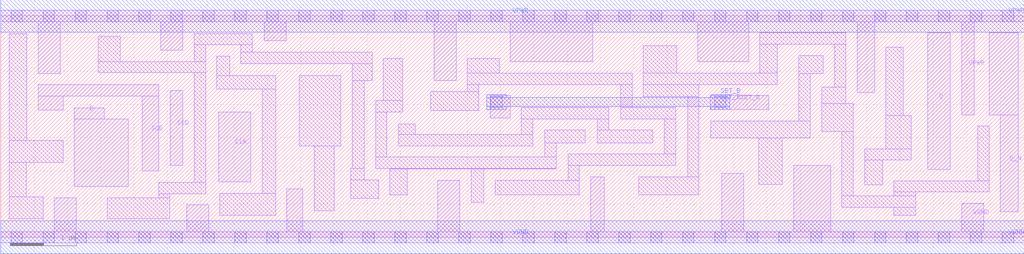
<source format=lef>
# Copyright 2020 The SkyWater PDK Authors
#
# Licensed under the Apache License, Version 2.0 (the "License");
# you may not use this file except in compliance with the License.
# You may obtain a copy of the License at
#
#     https://www.apache.org/licenses/LICENSE-2.0
#
# Unless required by applicable law or agreed to in writing, software
# distributed under the License is distributed on an "AS IS" BASIS,
# WITHOUT WARRANTIES OR CONDITIONS OF ANY KIND, either express or implied.
# See the License for the specific language governing permissions and
# limitations under the License.
#
# SPDX-License-Identifier: Apache-2.0

VERSION 5.7 ;
  NAMESCASESENSITIVE ON ;
  NOWIREEXTENSIONATPIN ON ;
  DIVIDERCHAR "/" ;
  BUSBITCHARS "[]" ;
UNITS
  DATABASE MICRONS 200 ;
END UNITS
MACRO sky130_fd_sc_lp__sdfsbp_1
  CLASS CORE ;
  SOURCE USER ;
  FOREIGN sky130_fd_sc_lp__sdfsbp_1 ;
  ORIGIN  0.000000  0.000000 ;
  SIZE  15.36000 BY  3.330000 ;
  SYMMETRY X Y R90 ;
  SITE unit ;
  PIN D
    ANTENNAGATEAREA  0.159000 ;
    DIRECTION INPUT ;
    USE SIGNAL ;
    PORT
      LAYER li1 ;
        RECT 1.105000 0.765000 1.915000 1.775000 ;
        RECT 1.105000 1.775000 1.555000 1.945000 ;
    END
  END D
  PIN Q
    ANTENNADIFFAREA  0.573300 ;
    DIRECTION OUTPUT ;
    USE SIGNAL ;
    PORT
      LAYER li1 ;
        RECT 13.915000 1.020000 14.250000 3.075000 ;
    END
  END Q
  PIN Q_N
    ANTENNADIFFAREA  0.556500 ;
    DIRECTION OUTPUT ;
    USE SIGNAL ;
    PORT
      LAYER li1 ;
        RECT 14.835000 1.840000 15.275000 3.075000 ;
        RECT 15.005000 0.380000 15.275000 1.840000 ;
    END
  END Q_N
  PIN SCD
    ANTENNAGATEAREA  0.159000 ;
    DIRECTION INPUT ;
    USE SIGNAL ;
    PORT
      LAYER li1 ;
        RECT 2.545000 1.080000 2.735000 2.205000 ;
    END
  END SCD
  PIN SCE
    ANTENNAGATEAREA  0.318000 ;
    DIRECTION INPUT ;
    USE SIGNAL ;
    PORT
      LAYER li1 ;
        RECT 0.560000 1.915000 0.935000 2.125000 ;
        RECT 0.560000 2.125000 2.375000 2.295000 ;
        RECT 2.125000 0.995000 2.375000 2.125000 ;
    END
  END SCE
  PIN SET_B
    ANTENNAGATEAREA  0.252000 ;
    DIRECTION INPUT ;
    USE SIGNAL ;
    PORT
      LAYER li1 ;
        RECT  7.345000 1.790000  7.645000 2.130000 ;
        RECT 10.650000 1.920000 11.530000 2.130000 ;
      LAYER mcon ;
        RECT  7.355000 1.950000  7.525000 2.120000 ;
        RECT 10.715000 1.950000 10.885000 2.120000 ;
      LAYER met1 ;
        RECT  7.295000 1.920000  7.585000 1.965000 ;
        RECT  7.295000 1.965000 10.945000 2.105000 ;
        RECT  7.295000 2.105000  7.585000 2.150000 ;
        RECT 10.655000 1.920000 10.945000 1.965000 ;
        RECT 10.655000 2.105000 10.945000 2.150000 ;
    END
  END SET_B
  PIN CLK
    ANTENNAGATEAREA  0.159000 ;
    DIRECTION INPUT ;
    USE CLOCK ;
    PORT
      LAYER li1 ;
        RECT 3.275000 0.830000 3.755000 1.885000 ;
    END
  END CLK
  PIN VGND
    DIRECTION INOUT ;
    USE GROUND ;
    PORT
      LAYER li1 ;
        RECT  0.000000 -0.085000 15.360000 0.085000 ;
        RECT  0.805000  0.085000  1.135000 0.595000 ;
        RECT  2.790000  0.085000  3.120000 0.485000 ;
        RECT  4.295000  0.085000  4.535000 0.730000 ;
        RECT  6.560000  0.085000  6.890000 0.855000 ;
        RECT  8.855000  0.085000  9.055000 0.910000 ;
        RECT 10.820000  0.085000 11.150000 0.960000 ;
        RECT 11.900000  0.085000 12.455000 1.080000 ;
        RECT 14.425000  0.085000 14.755000 0.510000 ;
      LAYER mcon ;
        RECT  0.155000 -0.085000  0.325000 0.085000 ;
        RECT  0.635000 -0.085000  0.805000 0.085000 ;
        RECT  1.115000 -0.085000  1.285000 0.085000 ;
        RECT  1.595000 -0.085000  1.765000 0.085000 ;
        RECT  2.075000 -0.085000  2.245000 0.085000 ;
        RECT  2.555000 -0.085000  2.725000 0.085000 ;
        RECT  3.035000 -0.085000  3.205000 0.085000 ;
        RECT  3.515000 -0.085000  3.685000 0.085000 ;
        RECT  3.995000 -0.085000  4.165000 0.085000 ;
        RECT  4.475000 -0.085000  4.645000 0.085000 ;
        RECT  4.955000 -0.085000  5.125000 0.085000 ;
        RECT  5.435000 -0.085000  5.605000 0.085000 ;
        RECT  5.915000 -0.085000  6.085000 0.085000 ;
        RECT  6.395000 -0.085000  6.565000 0.085000 ;
        RECT  6.875000 -0.085000  7.045000 0.085000 ;
        RECT  7.355000 -0.085000  7.525000 0.085000 ;
        RECT  7.835000 -0.085000  8.005000 0.085000 ;
        RECT  8.315000 -0.085000  8.485000 0.085000 ;
        RECT  8.795000 -0.085000  8.965000 0.085000 ;
        RECT  9.275000 -0.085000  9.445000 0.085000 ;
        RECT  9.755000 -0.085000  9.925000 0.085000 ;
        RECT 10.235000 -0.085000 10.405000 0.085000 ;
        RECT 10.715000 -0.085000 10.885000 0.085000 ;
        RECT 11.195000 -0.085000 11.365000 0.085000 ;
        RECT 11.675000 -0.085000 11.845000 0.085000 ;
        RECT 12.155000 -0.085000 12.325000 0.085000 ;
        RECT 12.635000 -0.085000 12.805000 0.085000 ;
        RECT 13.115000 -0.085000 13.285000 0.085000 ;
        RECT 13.595000 -0.085000 13.765000 0.085000 ;
        RECT 14.075000 -0.085000 14.245000 0.085000 ;
        RECT 14.555000 -0.085000 14.725000 0.085000 ;
        RECT 15.035000 -0.085000 15.205000 0.085000 ;
      LAYER met1 ;
        RECT 0.000000 -0.245000 15.360000 0.245000 ;
    END
  END VGND
  PIN VPWR
    DIRECTION INOUT ;
    USE POWER ;
    PORT
      LAYER li1 ;
        RECT  0.000000 3.245000 15.360000 3.415000 ;
        RECT  0.560000 2.465000  0.890000 3.245000 ;
        RECT  2.405000 2.815000  2.735000 3.245000 ;
        RECT  3.955000 2.955000  4.285000 3.245000 ;
        RECT  6.505000 2.360000  6.835000 3.245000 ;
        RECT  7.650000 2.640000  8.885000 3.245000 ;
        RECT 10.460000 2.640000 11.225000 3.245000 ;
        RECT 12.855000 2.180000 13.115000 3.245000 ;
        RECT 14.425000 1.840000 14.615000 3.245000 ;
      LAYER mcon ;
        RECT  0.155000 3.245000  0.325000 3.415000 ;
        RECT  0.635000 3.245000  0.805000 3.415000 ;
        RECT  1.115000 3.245000  1.285000 3.415000 ;
        RECT  1.595000 3.245000  1.765000 3.415000 ;
        RECT  2.075000 3.245000  2.245000 3.415000 ;
        RECT  2.555000 3.245000  2.725000 3.415000 ;
        RECT  3.035000 3.245000  3.205000 3.415000 ;
        RECT  3.515000 3.245000  3.685000 3.415000 ;
        RECT  3.995000 3.245000  4.165000 3.415000 ;
        RECT  4.475000 3.245000  4.645000 3.415000 ;
        RECT  4.955000 3.245000  5.125000 3.415000 ;
        RECT  5.435000 3.245000  5.605000 3.415000 ;
        RECT  5.915000 3.245000  6.085000 3.415000 ;
        RECT  6.395000 3.245000  6.565000 3.415000 ;
        RECT  6.875000 3.245000  7.045000 3.415000 ;
        RECT  7.355000 3.245000  7.525000 3.415000 ;
        RECT  7.835000 3.245000  8.005000 3.415000 ;
        RECT  8.315000 3.245000  8.485000 3.415000 ;
        RECT  8.795000 3.245000  8.965000 3.415000 ;
        RECT  9.275000 3.245000  9.445000 3.415000 ;
        RECT  9.755000 3.245000  9.925000 3.415000 ;
        RECT 10.235000 3.245000 10.405000 3.415000 ;
        RECT 10.715000 3.245000 10.885000 3.415000 ;
        RECT 11.195000 3.245000 11.365000 3.415000 ;
        RECT 11.675000 3.245000 11.845000 3.415000 ;
        RECT 12.155000 3.245000 12.325000 3.415000 ;
        RECT 12.635000 3.245000 12.805000 3.415000 ;
        RECT 13.115000 3.245000 13.285000 3.415000 ;
        RECT 13.595000 3.245000 13.765000 3.415000 ;
        RECT 14.075000 3.245000 14.245000 3.415000 ;
        RECT 14.555000 3.245000 14.725000 3.415000 ;
        RECT 15.035000 3.245000 15.205000 3.415000 ;
      LAYER met1 ;
        RECT 0.000000 3.085000 15.360000 3.575000 ;
    END
  END VPWR
  OBS
    LAYER li1 ;
      RECT  0.130000 0.280000  0.635000 0.610000 ;
      RECT  0.130000 0.610000  0.380000 1.125000 ;
      RECT  0.130000 1.125000  0.935000 1.455000 ;
      RECT  0.130000 1.455000  0.390000 3.065000 ;
      RECT  1.460000 2.475000  3.075000 2.645000 ;
      RECT  1.460000 2.645000  1.790000 3.025000 ;
      RECT  1.595000 0.280000  2.540000 0.595000 ;
      RECT  2.370000 0.595000  2.540000 0.655000 ;
      RECT  2.370000 0.655000  3.075000 0.825000 ;
      RECT  2.905000 0.825000  3.075000 2.475000 ;
      RECT  2.905000 2.645000  3.075000 2.895000 ;
      RECT  2.905000 2.895000  3.775000 3.065000 ;
      RECT  3.245000 2.230000  4.125000 2.435000 ;
      RECT  3.245000 2.435000  3.435000 2.725000 ;
      RECT  3.290000 0.330000  4.125000 0.660000 ;
      RECT  3.605000 2.615000  5.575000 2.785000 ;
      RECT  3.605000 2.785000  3.775000 2.895000 ;
      RECT  3.925000 0.660000  4.125000 2.230000 ;
      RECT  4.480000 1.375000  5.105000 2.435000 ;
      RECT  4.705000 0.400000  5.005000 1.375000 ;
      RECT  5.255000 0.585000  5.670000 0.865000 ;
      RECT  5.255000 0.865000  5.455000 1.035000 ;
      RECT  5.275000 1.035000  5.455000 2.360000 ;
      RECT  5.275000 2.360000  5.575000 2.615000 ;
      RECT  5.625000 1.035000  8.335000 1.205000 ;
      RECT  5.625000 1.205000  5.795000 1.885000 ;
      RECT  5.625000 1.885000  6.035000 2.055000 ;
      RECT  5.745000 2.055000  6.035000 2.690000 ;
      RECT  5.840000 0.640000  6.100000 1.025000 ;
      RECT  5.840000 1.025000  8.335000 1.035000 ;
      RECT  5.965000 1.375000  7.985000 1.545000 ;
      RECT  5.965000 1.545000  6.225000 1.705000 ;
      RECT  6.455000 1.905000  7.175000 2.190000 ;
      RECT  7.005000 2.190000  7.175000 2.300000 ;
      RECT  7.005000 2.300000  9.475000 2.470000 ;
      RECT  7.005000 2.470000  7.480000 2.690000 ;
      RECT  7.060000 0.525000  7.250000 1.025000 ;
      RECT  7.420000 0.635000  8.685000 0.855000 ;
      RECT  7.815000 1.545000  7.985000 1.780000 ;
      RECT  7.815000 1.780000  9.125000 1.950000 ;
      RECT  8.165000 1.205000  8.335000 1.420000 ;
      RECT  8.165000 1.420000  8.775000 1.610000 ;
      RECT  8.515000 0.855000  8.685000 1.080000 ;
      RECT  8.515000 1.080000 10.130000 1.250000 ;
      RECT  8.955000 1.420000  9.790000 1.610000 ;
      RECT  8.955000 1.610000  9.125000 1.780000 ;
      RECT  9.305000 1.780000 10.130000 1.950000 ;
      RECT  9.305000 1.950000  9.475000 2.300000 ;
      RECT  9.575000 0.640000 10.480000 0.910000 ;
      RECT  9.645000 2.120000 10.480000 2.300000 ;
      RECT  9.645000 2.300000 11.655000 2.470000 ;
      RECT  9.645000 2.470000 10.150000 2.880000 ;
      RECT  9.960000 1.250000 10.130000 1.780000 ;
      RECT 10.310000 0.910000 10.480000 2.120000 ;
      RECT 10.660000 1.495000 12.150000 1.750000 ;
      RECT 11.375000 0.795000 11.730000 1.495000 ;
      RECT 11.395000 2.470000 11.655000 2.905000 ;
      RECT 11.395000 2.905000 12.685000 3.075000 ;
      RECT 11.975000 1.750000 12.150000 2.465000 ;
      RECT 11.975000 2.465000 12.345000 2.735000 ;
      RECT 12.320000 1.590000 12.795000 2.010000 ;
      RECT 12.320000 2.010000 12.685000 2.260000 ;
      RECT 12.515000 2.260000 12.685000 2.905000 ;
      RECT 12.625000 0.450000 13.735000 0.620000 ;
      RECT 12.625000 0.620000 12.795000 1.590000 ;
      RECT 12.965000 0.790000 13.235000 1.160000 ;
      RECT 12.965000 1.160000 13.665000 1.330000 ;
      RECT 13.285000 1.330000 13.665000 1.830000 ;
      RECT 13.285000 1.830000 13.545000 2.860000 ;
      RECT 13.405000 0.330000 13.735000 0.450000 ;
      RECT 13.405000 0.620000 13.735000 0.680000 ;
      RECT 13.405000 0.680000 14.835000 0.850000 ;
      RECT 14.665000 0.850000 14.835000 1.670000 ;
  END
END sky130_fd_sc_lp__sdfsbp_1

</source>
